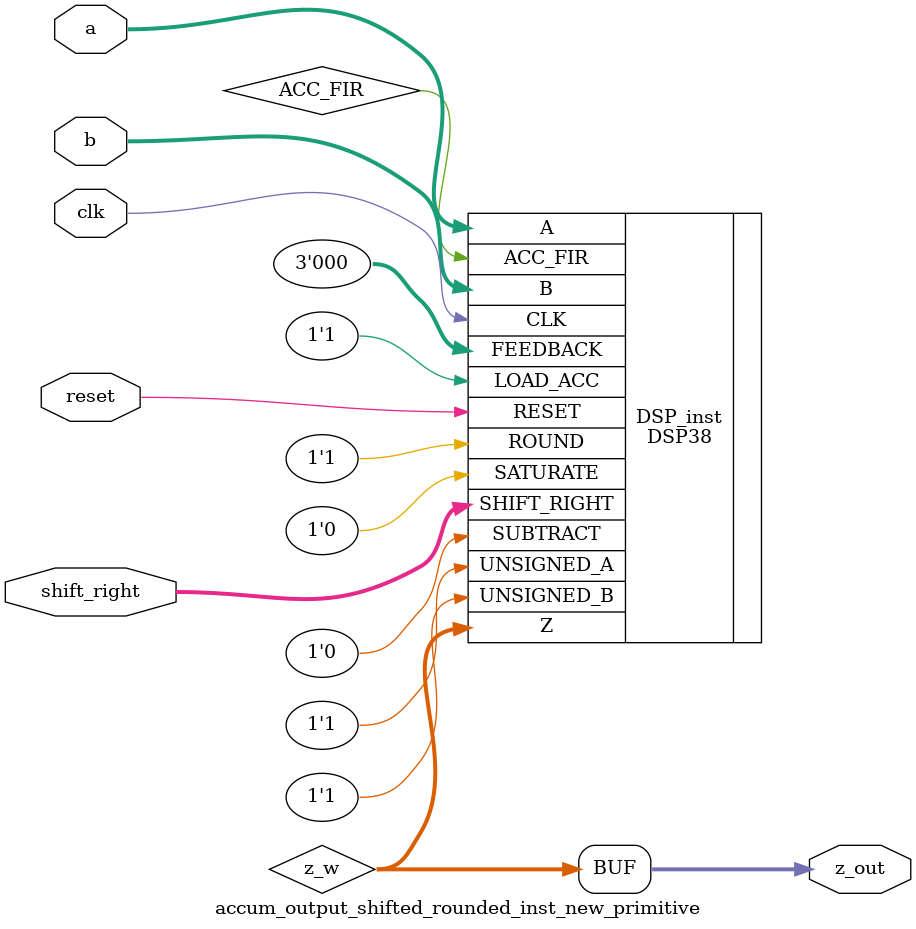
<source format=v>
module accum_output_shifted_rounded_inst_new_primitive (
	input  wire [19:0] a,
    input  wire [17:0] b,
    input  wire [5:0] shift_right,
	input wire clk, reset,
    output wire [37:0] z_out
    );

    parameter [79:0] MODE_BITS = 80'd0;
    
    wire [37:0] z_w;
	//wire reset;
    
DSP38 #(
  .DSP_MODE("MULTIPLY_ACCUMULATE"), // DSp arithmetic mode (MULTIPLY/MULTIPLY_ADD_SUB/MULTIPLY_ACCUMULATE)
  .COEFF_0(20'h00000), // 20-bit A input coefficient 0
  .COEFF_1(20'h00000), // 20-bit A input coefficient 1
  .COEFF_2(20'h00000), // 20-bit A input coefficient 2
  .COEFF_3(20'h00000), // 20-bit A input coefficient 3
  .OUTPUT_REG_EN("FALSE"), // Enable output register (TRUE/FALSE)
  .INPUT_REG_EN("FALSE") // Enable input register (TRUE/FALSE)
) DSP_inst(
  .A(a), // 20-bit data input for multipluier or accumulator loading
  .B(b), // 18-bit data input for multiplication
  .ACC_FIR(ACC_FIR), // 6-bit left shift A input
  .Z(z_w), // 38-bit data output
  .CLK(clk), // Clock
  .RESET(reset), // None
  .FEEDBACK(3'd0), // 3-bit feedback input selects coefficient
  .LOAD_ACC(1'd1), // Load accumulator input
  .SATURATE(1'b0), // Saturate enable
  .SHIFT_RIGHT(shift_right), // 6-bit Shift right
  .ROUND(1'd1), // Round
  .SUBTRACT(1'b0), // Add or subtract
  .UNSIGNED_A (1'b1), // Selects signed or unsigned data for A input
  .UNSIGNED_B (1'b1) 
);


    assign z_out = z_w;

endmodule
</source>
